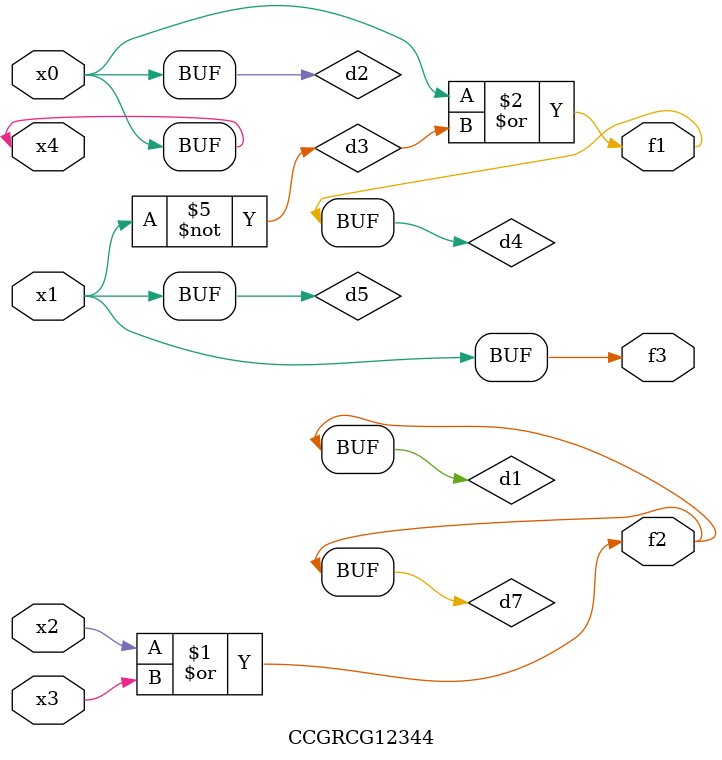
<source format=v>
module CCGRCG12344(
	input x0, x1, x2, x3, x4,
	output f1, f2, f3
);

	wire d1, d2, d3, d4, d5, d6, d7;

	or (d1, x2, x3);
	buf (d2, x0, x4);
	not (d3, x1);
	or (d4, d2, d3);
	not (d5, d3);
	nand (d6, d1, d3);
	or (d7, d1);
	assign f1 = d4;
	assign f2 = d7;
	assign f3 = d5;
endmodule

</source>
